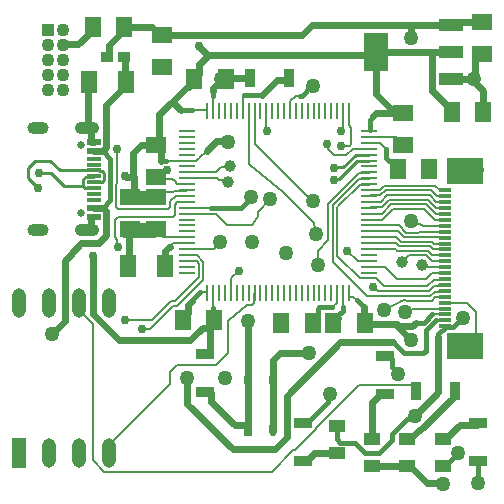
<source format=gtl>
G04*
G04 #@! TF.GenerationSoftware,Altium Limited,Altium Designer,22.5.1 (42)*
G04*
G04 Layer_Physical_Order=1*
G04 Layer_Color=255*
%FSLAX44Y44*%
%MOMM*%
G71*
G04*
G04 #@! TF.SameCoordinates,B7139921-243E-46E6-831D-1EB255EF57CC*
G04*
G04*
G04 #@! TF.FilePolarity,Positive*
G04*
G01*
G75*
%ADD10C,0.2500*%
%ADD11C,0.2000*%
%ADD14C,0.2540*%
%ADD18O,0.6500X1.2500*%
%ADD19R,0.6500X1.2500*%
%ADD20R,1.6500X0.9000*%
%ADD21R,1.1500X0.6000*%
%ADD22R,1.1500X0.3000*%
%ADD23R,1.8200X1.4400*%
%ADD24R,0.9000X1.6500*%
%ADD25R,1.4000X1.0000*%
%ADD26R,1.1000X0.3000*%
%ADD27R,3.1000X2.3000*%
G04:AMPARAMS|DCode=28|XSize=3.25mm|YSize=2.05mm|CornerRadius=0.0513mm|HoleSize=0mm|Usage=FLASHONLY|Rotation=270.000|XOffset=0mm|YOffset=0mm|HoleType=Round|Shape=RoundedRectangle|*
%AMROUNDEDRECTD28*
21,1,3.2500,1.9475,0,0,270.0*
21,1,3.1475,2.0500,0,0,270.0*
1,1,0.1025,-0.9738,-1.5738*
1,1,0.1025,-0.9738,1.5738*
1,1,0.1025,0.9738,1.5738*
1,1,0.1025,0.9738,-1.5738*
%
%ADD28ROUNDEDRECTD28*%
G04:AMPARAMS|DCode=29|XSize=1mm|YSize=2.05mm|CornerRadius=0.05mm|HoleSize=0mm|Usage=FLASHONLY|Rotation=270.000|XOffset=0mm|YOffset=0mm|HoleType=Round|Shape=RoundedRectangle|*
%AMROUNDEDRECTD29*
21,1,1.0000,1.9500,0,0,270.0*
21,1,0.9000,2.0500,0,0,270.0*
1,1,0.1000,-0.9750,-0.4500*
1,1,0.1000,-0.9750,0.4500*
1,1,0.1000,0.9750,0.4500*
1,1,0.1000,0.9750,-0.4500*
%
%ADD29ROUNDEDRECTD29*%
%ADD30R,1.3500X1.9000*%
%ADD31R,1.4400X1.8200*%
%ADD32R,1.0000X0.9700*%
%ADD48C,0.6500*%
G04:AMPARAMS|DCode=49|XSize=1mm|YSize=2.1mm|CornerRadius=0.5mm|HoleSize=0mm|Usage=FLASHONLY|Rotation=270.000|XOffset=0mm|YOffset=0mm|HoleType=Round|Shape=RoundedRectangle|*
%AMROUNDEDRECTD49*
21,1,1.0000,1.1000,0,0,270.0*
21,1,0.0000,2.1000,0,0,270.0*
1,1,1.0000,-0.5500,0.0000*
1,1,1.0000,-0.5500,0.0000*
1,1,1.0000,0.5500,0.0000*
1,1,1.0000,0.5500,0.0000*
%
%ADD49ROUNDEDRECTD49*%
G04:AMPARAMS|DCode=50|XSize=1mm|YSize=1.8mm|CornerRadius=0.5mm|HoleSize=0mm|Usage=FLASHONLY|Rotation=270.000|XOffset=0mm|YOffset=0mm|HoleType=Round|Shape=RoundedRectangle|*
%AMROUNDEDRECTD50*
21,1,1.0000,0.8000,0,0,270.0*
21,1,0.0000,1.8000,0,0,270.0*
1,1,1.0000,-0.4000,0.0000*
1,1,1.0000,-0.4000,0.0000*
1,1,1.0000,0.4000,0.0000*
1,1,1.0000,0.4000,0.0000*
%
%ADD50ROUNDEDRECTD50*%
%ADD58R,1.4732X0.2794*%
%ADD59R,0.2794X1.4732*%
%ADD60C,0.4000*%
%ADD61C,0.6000*%
%ADD62C,0.2607*%
%ADD63R,1.2000X2.5000*%
%ADD64O,1.2000X2.5000*%
%ADD65R,1.1000X1.1000*%
%ADD66C,1.1000*%
%ADD67C,1.2700*%
%ADD68C,1.0000*%
%ADD69C,0.7500*%
G36*
X131706Y231230D02*
X129838Y230859D01*
X128006Y229634D01*
X126781Y227802D01*
X126351Y225640D01*
X126781Y223478D01*
X128006Y221646D01*
X128882Y220770D01*
X128356Y219500D01*
X101000D01*
Y232500D01*
X131581D01*
X131706Y231230D01*
D02*
G37*
G36*
X128022Y258486D02*
X126448Y256912D01*
X125665Y255741D01*
X125391Y254360D01*
X125665Y252979D01*
X126448Y251808D01*
X127619Y251025D01*
X129000Y250751D01*
X130381Y251025D01*
X131552Y251808D01*
X134695Y254951D01*
X137000D01*
Y247969D01*
X110260D01*
X110062Y248215D01*
X110321Y249916D01*
X110994Y250366D01*
X114249Y253620D01*
X114249Y253620D01*
X115473Y255453D01*
X115903Y257615D01*
X115903Y257615D01*
Y259659D01*
X127535D01*
X128022Y258486D01*
D02*
G37*
D10*
X366473Y150126D02*
X366508Y150091D01*
X373630D02*
X373721Y150000D01*
X366508Y150091D02*
X373630D01*
D11*
X342715Y166620D02*
G03*
X335486Y165910I-2715J-9510D01*
G01*
X190586Y150003D02*
G03*
X190586Y150002I1414J-1415D01*
G01*
X215683Y237932D02*
X215698Y237948D01*
Y242020D02*
X226000Y252322D01*
X215698Y237948D02*
Y242020D01*
X182304Y268531D02*
X188469D01*
X180551Y270284D02*
X182304Y268531D01*
X188469D02*
X190000Y267000D01*
X155284Y270284D02*
X180551D01*
X184173Y279469D02*
X190469D01*
X192000Y281000D01*
X179988Y275284D02*
X184173Y279469D01*
X117000Y142710D02*
X124090D01*
X322716Y195284D02*
X333000Y185000D01*
X358000D02*
X363000Y190000D01*
X333000Y185000D02*
X358000D01*
X363000Y190000D02*
X373721D01*
X309716Y195284D02*
X322716D01*
X291000Y209000D02*
X299716Y200284D01*
X309716D01*
X343000Y205000D02*
X358000D01*
X337000Y199000D02*
X343000Y205000D01*
X324996Y170849D02*
X361475D01*
X324772Y170625D02*
X324996Y170849D01*
X322200Y178800D02*
X358678D01*
X314007Y177915D02*
X316922Y175000D01*
X307666Y170625D02*
X324772D01*
X301571Y185429D02*
X315571D01*
X322200Y178800D01*
X312776Y177915D02*
X314007D01*
X278689Y199601D02*
X307666Y170625D01*
X283075Y203925D02*
X301571Y185429D01*
X316922Y175000D02*
X360252D01*
X358678Y178800D02*
X364178Y184300D01*
X368049D02*
X368249Y184500D01*
X373221D01*
X364178Y184300D02*
X368049D01*
X373221Y184500D02*
X373721Y185000D01*
X361475Y170849D02*
X364926Y174300D01*
X322000Y159000D02*
X335486Y165910D01*
X342715Y166620D02*
X362620D01*
X368049Y179300D02*
X368249Y179500D01*
X373221D01*
X373721Y180000D01*
X360252Y175000D02*
X364552Y179300D01*
X368049D01*
X362620Y166620D02*
X365500Y169500D01*
X364926Y174300D02*
X368049D01*
X368249Y174500D01*
X373221D01*
X373721Y175000D01*
X365500Y169500D02*
X373221D01*
X340000Y157110D02*
X342895D01*
X345785Y160000D01*
X373221Y169500D02*
X373721Y170000D01*
X345785Y160000D02*
X373721D01*
X363000Y155050D02*
X363050Y155000D01*
X373721D01*
X354960Y195500D02*
X373221D01*
X354000Y196460D02*
X354960Y195500D01*
X373221D02*
X373721Y195000D01*
X363000Y200000D02*
X373721D01*
X358000Y205000D02*
X363000Y200000D01*
X309716Y210284D02*
X331968D01*
X361386Y212600D02*
X363987Y210000D01*
X359813Y208800D02*
X362912Y205700D01*
X336600Y216400D02*
X362961D01*
X332716Y220284D02*
X336600Y216400D01*
X335026Y212600D02*
X361386D01*
X333452Y208800D02*
X359813D01*
X332342Y215284D02*
X335026Y212600D01*
X331968Y210284D02*
X333452Y208800D01*
X362961Y216400D02*
X364361Y215000D01*
X350736Y224110D02*
X351626Y225000D01*
X345000Y234000D02*
X347047Y231953D01*
X351626Y225000D02*
X373721D01*
X334716Y230284D02*
X340890Y224110D01*
X350736D01*
X373411Y220310D02*
X373721Y220000D01*
X338690Y220310D02*
X373411D01*
X362912Y205700D02*
X368049D01*
X368249Y205500D02*
X373221D01*
X373721Y205000D01*
X368049Y205700D02*
X368249Y205500D01*
X309716Y215284D02*
X332342D01*
X309716Y225284D02*
X333716D01*
X309716Y220284D02*
X332716D01*
X333716Y225284D02*
X338690Y220310D01*
X347047Y231953D02*
X352943D01*
X309716Y230284D02*
X334716D01*
X352943Y231953D02*
X354895Y230000D01*
X363987Y210000D02*
X373721D01*
X364361Y215000D02*
X373721D01*
X365452Y235000D02*
X373721D01*
X355852Y244600D02*
X365452Y235000D01*
X330000Y244600D02*
X355852D01*
X309716Y235284D02*
X320684D01*
X330000Y244600D01*
X354895Y230000D02*
X373721D01*
X365826Y240000D02*
X373721D01*
X357426Y248400D02*
X365826Y240000D01*
X320284Y240284D02*
X328400Y248400D01*
X357426D01*
X309716Y240284D02*
X320284D01*
X366200Y245000D02*
X373721D01*
X359000Y252200D02*
X366200Y245000D01*
X326574Y252200D02*
X359000D01*
X320055Y245681D02*
X326574Y252200D01*
X309716Y245284D02*
X310113Y245681D01*
X320055D01*
X373221Y250500D02*
X373721Y250000D01*
X366326Y250500D02*
X373221D01*
X360826Y256000D02*
X366326Y250500D01*
X325000Y256000D02*
X360826D01*
X319284Y250284D02*
X325000Y256000D01*
X309716Y250284D02*
X319284D01*
X322000Y264000D02*
X365721D01*
X319055Y255681D02*
X323574Y260200D01*
X318681Y260681D02*
X322000Y264000D01*
X310113Y255681D02*
X319055D01*
X323574Y260200D02*
X362000D01*
X310113Y260681D02*
X318681D01*
X362000Y260200D02*
X366700Y255500D01*
X373221D02*
X373721Y255000D01*
X366700Y255500D02*
X373221D01*
X309716Y255284D02*
X310113Y255681D01*
X365721Y264000D02*
X369721Y260000D01*
X373721D01*
X309716Y260284D02*
X310113Y260681D01*
X266000Y209000D02*
X274890Y217889D01*
X266000Y197000D02*
Y209000D01*
X192500Y185500D02*
X199000Y192000D01*
X192500Y173068D02*
Y185500D01*
X278689Y199601D02*
Y246750D01*
X282489Y204510D02*
Y244790D01*
Y204510D02*
X283075Y203925D01*
X292897Y170000D02*
X296000D01*
X299000Y167000D01*
X292500Y170397D02*
Y173068D01*
Y170397D02*
X292897Y170000D01*
X274890Y217889D02*
Y248324D01*
X275613Y249652D02*
X298448Y272487D01*
X274890Y248324D02*
X275613Y249652D01*
X283213Y246504D02*
X301596Y264887D01*
X300022Y268687D02*
X301222Y269887D01*
X300022Y268687D02*
X300022D01*
X301222Y269887D02*
X309319D01*
X301596Y264887D02*
X309319D01*
X279413Y248078D02*
X300022Y268687D01*
X282489Y244790D02*
X283213Y246504D01*
X300848Y274887D02*
X309319D01*
X279013Y247486D02*
X279413Y248078D01*
X278689Y246750D02*
X279013Y247486D01*
X298448Y272487D02*
X300848Y274887D01*
X263029Y231971D02*
X264790Y222803D01*
X237312Y257688D02*
X263029Y231971D01*
X144918Y259887D02*
X154887D01*
X129000Y254360D02*
X133200Y258560D01*
X143591D01*
X144918Y259887D01*
X207500Y282328D02*
Y327500D01*
X142928Y269917D02*
X145118Y267727D01*
X129000Y271640D02*
X130723Y269917D01*
X142928D01*
X212500Y299500D02*
Y327500D01*
X143284Y215284D02*
X155284D01*
X142000Y214000D02*
X143284Y215284D01*
X146900Y161900D02*
X169250Y184250D01*
X124090Y142710D02*
X143280Y161900D01*
X146900D01*
X145000Y247723D02*
X147164Y249887D01*
X96740Y237640D02*
X143828D01*
X145000Y238812D02*
Y247723D01*
X143828Y237640D02*
X145000Y238812D01*
X316129Y304840D02*
X332046D01*
X338210Y298676D01*
X96740Y244360D02*
X139260D01*
X126006Y150000D02*
X142006Y166000D01*
X103000Y150000D02*
X126006D01*
X160000Y328000D02*
X172103D01*
X177500Y327500D02*
Y339500D01*
X155284Y275284D02*
X179988D01*
X155284Y245284D02*
X175716D01*
X155284Y210284D02*
X178133D01*
X183640Y215791D01*
Y216000D01*
X286000Y298000D02*
X293000D01*
X177500Y160500D02*
Y173068D01*
X282103Y164948D02*
Y172671D01*
X282500Y173068D01*
X287500Y312988D02*
Y327500D01*
X242897Y327897D02*
Y335620D01*
X247277Y340000D01*
X251000D01*
X135047Y220284D02*
X155284D01*
X129000Y227640D02*
X135047Y221593D01*
Y220284D02*
Y221593D01*
X212103Y172671D02*
X212500Y173068D01*
X212103Y167949D02*
Y172671D01*
X287103Y160897D02*
Y172671D01*
X287500Y173068D01*
X280000Y290000D02*
X290374D01*
X275052Y294948D02*
X280000Y290000D01*
X275052Y294948D02*
Y297948D01*
X274000Y299000D02*
X275052Y297948D01*
X166000Y174000D02*
X172103D01*
X319113Y299887D02*
X324000Y295000D01*
X309716Y305284D02*
X315685D01*
X316129Y304840D01*
X169250Y184250D02*
Y199415D01*
X163778Y204887D02*
X169250Y199415D01*
X155681Y204887D02*
X163778D01*
X155284Y205284D02*
X155681Y204887D01*
X154887Y259887D02*
X155284Y260284D01*
X145118Y267727D02*
Y267727D01*
Y267727D02*
X147164Y265681D01*
X154887D01*
X155284Y265284D01*
X309319Y269887D02*
X309716Y270284D01*
X142006Y166000D02*
X145000D01*
X165450Y186450D01*
Y197841D01*
X163404Y199887D02*
X165450Y197841D01*
X155681Y199887D02*
X163404D01*
X155284Y200284D02*
X155681Y199887D01*
X147164Y249887D02*
X154887D01*
X155284Y250284D01*
X172103Y328000D02*
X172500Y327603D01*
Y327500D02*
Y327603D01*
X309319Y274887D02*
X309716Y275284D01*
X309319Y264887D02*
X309716Y265284D01*
X145689Y255284D02*
X155284D01*
X141200Y250795D02*
X145689Y255284D01*
X141200Y246300D02*
Y250795D01*
X139260Y244360D02*
X141200Y246300D01*
X293000Y298000D02*
X294290Y299290D01*
Y313162D01*
X292500Y314952D02*
X294290Y313162D01*
X292500Y314952D02*
Y327500D01*
X242500D02*
X242897Y327897D01*
X290374Y290000D02*
X295658Y295284D01*
X309716D01*
X202500Y327500D02*
Y339500D01*
X204000Y341000D01*
X172103Y174000D02*
X172500Y173603D01*
Y173068D02*
Y173603D01*
X309716Y300284D02*
X310113Y299887D01*
X319113D01*
X309716Y310284D02*
X310000Y310568D01*
X137716Y285284D02*
X155284D01*
X165186Y287463D02*
X172000Y293606D01*
X163810Y286087D02*
X165186Y287463D01*
X163659Y286087D02*
X163810D01*
X162769Y285284D02*
X163659Y286087D01*
X155284Y285284D02*
X162769D01*
X210824Y231778D02*
X215683Y237932D01*
X210181Y231135D02*
X210824Y231778D01*
X210146Y231110D02*
X210181Y231135D01*
X188890Y231110D02*
X210146D01*
X188305Y231695D02*
X188890Y231110D01*
X179716Y240284D02*
X188305Y231695D01*
X155284Y240284D02*
X179716D01*
X95965Y294873D02*
X96079Y294988D01*
X95965Y265852D02*
Y294873D01*
X95100Y264988D02*
X95965Y265852D01*
X95100Y246000D02*
Y264988D01*
Y246000D02*
X96740Y244360D01*
X211697Y167500D02*
X212103Y167949D01*
X211697Y164542D02*
Y167500D01*
X210057Y162902D02*
X211697Y164542D01*
X206108Y162902D02*
X210057D01*
X190651Y150068D02*
X206108Y162902D01*
X190586Y150003D02*
X190651Y150068D01*
X190000Y149417D02*
X190586Y150002D01*
X190000Y122000D02*
Y149417D01*
X180000Y112000D02*
X190000Y122000D01*
X147000Y112000D02*
X180000D01*
X141000Y106000D02*
X147000Y112000D01*
X141000Y96100D02*
Y106000D01*
X89400Y44500D02*
X141000Y96100D01*
X89400Y38000D02*
Y44500D01*
X286000Y311488D02*
X287500Y312988D01*
X286000Y310000D02*
Y311488D01*
X278155Y161000D02*
X282103Y164948D01*
X222631Y310825D02*
X222761Y310694D01*
X222631Y310825D02*
Y327369D01*
X222500Y327500D02*
X222631Y327369D01*
X177000Y340000D02*
X177500Y339500D01*
X94000Y234900D02*
X96740Y237640D01*
X94000Y220380D02*
Y234900D01*
Y220380D02*
X96238Y218143D01*
Y213052D02*
Y218143D01*
Y213052D02*
X97290Y212000D01*
X212500Y299500D02*
X261000Y251000D01*
X262000D01*
X207500Y282328D02*
X208672Y281157D01*
X236726Y258274D01*
X237312Y257688D01*
X76346Y271879D02*
X76846Y271379D01*
X391021Y277000D02*
X400890D01*
X390721Y276700D02*
X391021Y277000D01*
X374221Y164500D02*
X392500D01*
X134359Y276999D02*
X138000D01*
X338000Y298640D02*
X338175D01*
X338210Y298676D01*
X129000Y271640D02*
X134359Y276999D01*
X76346Y301379D02*
X78346Y299379D01*
X74386Y237379D02*
X76386Y239379D01*
X74386Y301379D02*
X75007Y302000D01*
X349596Y90254D02*
Y91500D01*
X246412Y39852D02*
X264304Y57744D01*
X227400Y21960D02*
X245292Y39852D01*
X246412D01*
X264304Y58694D02*
X300610Y95000D01*
X75681Y31727D02*
Y146819D01*
X64000Y158500D02*
X75681Y146819D01*
Y31727D02*
X85448Y21960D01*
X264304Y57744D02*
Y58694D01*
X64000Y158500D02*
Y165000D01*
X85448Y21960D02*
X227400D01*
X300610Y95000D02*
X346096D01*
X349596Y91500D01*
X373721Y165000D02*
X374221Y164500D01*
X392500D02*
X400000Y157000D01*
Y138800D02*
Y157000D01*
X389200Y128000D02*
X400000Y138800D01*
X389000Y128000D02*
X389200D01*
X360360Y278000D02*
X361000D01*
X261720Y149900D02*
X266000Y154180D01*
X261720Y148000D02*
Y149900D01*
D14*
X298187Y290284D02*
X309716D01*
X279674Y279326D02*
X280006Y279657D01*
X287560D01*
X298187Y290284D01*
X309589Y285157D02*
X309716Y285284D01*
X299197Y285157D02*
X309589D01*
X283949Y269909D02*
X299197Y285157D01*
X280949Y269909D02*
X283949D01*
X280000Y268960D02*
X280949Y269909D01*
D18*
X228340Y58172D02*
D03*
X206840Y99672D02*
D03*
X228340D02*
D03*
D19*
X206840Y58172D02*
D03*
D20*
X253254Y63404D02*
D03*
Y31104D02*
D03*
X170746Y121896D02*
D03*
Y89596D02*
D03*
X402000Y30700D02*
D03*
Y63000D02*
D03*
X323000Y120000D02*
D03*
Y87700D02*
D03*
D21*
X76346Y237379D02*
D03*
Y301379D02*
D03*
Y245379D02*
D03*
Y293379D02*
D03*
D22*
Y251879D02*
D03*
Y256879D02*
D03*
Y261879D02*
D03*
Y266879D02*
D03*
Y271879D02*
D03*
Y276879D02*
D03*
Y281879D02*
D03*
Y286879D02*
D03*
D23*
X107000Y227640D02*
D03*
Y254360D02*
D03*
X338000Y298640D02*
D03*
Y325360D02*
D03*
X134000Y391360D02*
D03*
Y364640D02*
D03*
X129000Y271640D02*
D03*
Y298360D02*
D03*
X405000Y402360D02*
D03*
Y375640D02*
D03*
X129000Y254360D02*
D03*
Y227640D02*
D03*
D24*
X381896Y90254D02*
D03*
X349596D02*
D03*
X209104Y354746D02*
D03*
X241404D02*
D03*
D25*
X342000Y49430D02*
D03*
Y26570D02*
D03*
X282000Y37570D02*
D03*
Y60430D02*
D03*
X372000Y49430D02*
D03*
Y26570D02*
D03*
X312000Y49430D02*
D03*
Y26570D02*
D03*
D26*
X373721Y260000D02*
D03*
Y255000D02*
D03*
Y250000D02*
D03*
Y245000D02*
D03*
Y240000D02*
D03*
Y235000D02*
D03*
Y230000D02*
D03*
Y225000D02*
D03*
Y220000D02*
D03*
Y215000D02*
D03*
Y210000D02*
D03*
Y205000D02*
D03*
Y200000D02*
D03*
Y195000D02*
D03*
Y190000D02*
D03*
Y185000D02*
D03*
Y180000D02*
D03*
Y175000D02*
D03*
Y170000D02*
D03*
Y165000D02*
D03*
Y160000D02*
D03*
Y155000D02*
D03*
Y150000D02*
D03*
Y145000D02*
D03*
D27*
X390721Y128300D02*
D03*
Y276700D02*
D03*
D28*
X315250Y377000D02*
D03*
D29*
X378750Y400000D02*
D03*
Y377000D02*
D03*
Y354000D02*
D03*
D30*
X137000Y196000D02*
D03*
X105000D02*
D03*
X104000Y352000D02*
D03*
X72000D02*
D03*
D31*
X360360Y278000D02*
D03*
X333640D02*
D03*
X102360Y398000D02*
D03*
X75640D02*
D03*
X188360Y354000D02*
D03*
X161640D02*
D03*
X379640Y326000D02*
D03*
X406360D02*
D03*
X261720Y148000D02*
D03*
X235000D02*
D03*
X306011Y148011D02*
D03*
X279291D02*
D03*
X178360Y150000D02*
D03*
X151640D02*
D03*
D32*
X87650Y373000D02*
D03*
X102350D02*
D03*
D48*
X65596Y240479D02*
D03*
Y298279D02*
D03*
D49*
X70596Y226179D02*
D03*
Y312579D02*
D03*
D50*
X28796Y226179D02*
D03*
Y312579D02*
D03*
D58*
X155284Y310284D02*
D03*
Y305284D02*
D03*
Y300284D02*
D03*
Y295284D02*
D03*
Y290284D02*
D03*
Y285284D02*
D03*
Y280284D02*
D03*
Y275284D02*
D03*
Y270284D02*
D03*
Y265284D02*
D03*
Y260284D02*
D03*
Y255284D02*
D03*
Y250284D02*
D03*
Y245284D02*
D03*
Y240284D02*
D03*
Y235284D02*
D03*
Y230284D02*
D03*
Y225284D02*
D03*
Y220284D02*
D03*
Y215284D02*
D03*
Y210284D02*
D03*
Y205284D02*
D03*
Y200284D02*
D03*
Y195284D02*
D03*
Y190284D02*
D03*
X309716D02*
D03*
Y195284D02*
D03*
Y200284D02*
D03*
Y205284D02*
D03*
Y210284D02*
D03*
Y215284D02*
D03*
Y220284D02*
D03*
Y225284D02*
D03*
Y230284D02*
D03*
Y235284D02*
D03*
Y240284D02*
D03*
Y245284D02*
D03*
Y250284D02*
D03*
Y255284D02*
D03*
Y260284D02*
D03*
Y265284D02*
D03*
Y270284D02*
D03*
Y275284D02*
D03*
Y280284D02*
D03*
Y285284D02*
D03*
Y290284D02*
D03*
Y295284D02*
D03*
Y300284D02*
D03*
Y305284D02*
D03*
Y310284D02*
D03*
D59*
X172500Y173068D02*
D03*
X177500D02*
D03*
X182500D02*
D03*
X187500D02*
D03*
X192500D02*
D03*
X197500D02*
D03*
X202500D02*
D03*
X207500D02*
D03*
X212500D02*
D03*
X217500D02*
D03*
X222500D02*
D03*
X227500D02*
D03*
X232500D02*
D03*
X237500D02*
D03*
X242500D02*
D03*
X247500D02*
D03*
X252500D02*
D03*
X257500D02*
D03*
X262500D02*
D03*
X267500D02*
D03*
X272500D02*
D03*
X277500D02*
D03*
X282500D02*
D03*
X287500D02*
D03*
X292500D02*
D03*
Y327500D02*
D03*
X287500D02*
D03*
X282500D02*
D03*
X277500D02*
D03*
X272500D02*
D03*
X267500D02*
D03*
X262500D02*
D03*
X257500D02*
D03*
X252500D02*
D03*
X247500D02*
D03*
X242500D02*
D03*
X237500D02*
D03*
X232500D02*
D03*
X227500D02*
D03*
X222500D02*
D03*
X217500D02*
D03*
X212500D02*
D03*
X207500D02*
D03*
X202500D02*
D03*
X197500D02*
D03*
X192500D02*
D03*
X187500D02*
D03*
X182500D02*
D03*
X177500D02*
D03*
X172500D02*
D03*
D60*
X209255Y253255D02*
Y254534D01*
X201284Y245284D02*
X209255Y253255D01*
X356060Y148110D02*
X363000Y155050D01*
X357736Y141390D02*
X366473Y150126D01*
X349110Y148110D02*
X356060D01*
X299000Y167000D02*
X305000Y161000D01*
X310000Y311000D02*
Y320000D01*
X313000Y323000D01*
X260534Y348000D02*
X262000D01*
X204000Y341000D02*
X219000D01*
X252535Y340000D02*
X260534Y348000D01*
X251000Y340000D02*
X252535D01*
X324000Y287832D02*
X326732Y285100D01*
X324000Y287832D02*
Y295000D01*
X326732Y285100D02*
X328440D01*
X333640Y279900D01*
X90303Y266979D02*
Y286959D01*
X90000Y266676D02*
X90303Y266979D01*
X83884Y293379D02*
X90303Y286959D01*
X90000Y251495D02*
Y266676D01*
X83884Y245379D02*
X90000Y251495D01*
X159201Y167201D02*
X166000Y174000D01*
X159201Y165999D02*
Y167201D01*
X175000Y154000D02*
X178360Y150640D01*
X175716Y245284D02*
X201284D01*
X334000Y104890D02*
Y105354D01*
X267172Y161000D02*
X278155D01*
X266000Y159828D02*
X267172Y161000D01*
X266000Y154180D02*
Y159828D01*
X402000Y12000D02*
Y30700D01*
X384860Y37430D02*
Y37718D01*
X374000Y26570D02*
X384860Y37430D01*
X339124Y122000D02*
X355393D01*
X329562Y131562D02*
X339124Y122000D01*
X355393D02*
X357736Y124343D01*
Y141390D01*
X342815Y66169D02*
X345646Y69000D01*
X348000D01*
X368000Y138000D02*
X374700Y144700D01*
X380795D01*
X368000Y136000D02*
Y138000D01*
X317944Y38000D02*
X329000Y49056D01*
Y53804D01*
X341365Y66169D01*
X342815D01*
X297686Y46370D02*
X306056Y38000D01*
X317944D01*
X285060Y46370D02*
X297686D01*
X282000Y49430D02*
X285060Y46370D01*
X282000Y49430D02*
Y60430D01*
X372000Y26570D02*
X374000D01*
X329250Y110104D02*
Y117500D01*
Y110104D02*
X334000Y105354D01*
X323000Y120000D02*
X326750D01*
X329250Y117500D01*
X274335Y80735D02*
Y86335D01*
X276000Y88000D01*
X253254Y63404D02*
X257004D01*
X274335Y80735D01*
X389000Y128000D02*
X389300Y128300D01*
X390721D01*
X388095Y152000D02*
X389000D01*
X380795Y144700D02*
X388095Y152000D01*
X177000Y340000D02*
Y344000D01*
X333640Y278000D02*
Y279900D01*
X287103Y157723D02*
Y160897D01*
X283491Y154111D02*
X287103Y157723D01*
X283491Y151851D02*
Y154111D01*
X150000Y328000D02*
X160000D01*
X133000Y285284D02*
X137716D01*
X175000Y154000D02*
X177500Y156500D01*
Y160500D01*
D61*
X80462Y215639D02*
X86896Y222073D01*
X85139Y244124D02*
Y244124D01*
X86896Y222073D02*
Y242367D01*
X83884Y245379D02*
X85139Y244124D01*
Y244124D02*
X86896Y242367D01*
X76000Y155580D02*
X98160Y133420D01*
X76000Y155580D02*
Y204290D01*
X52460Y149460D02*
Y200097D01*
X65662Y215639D02*
X80462D01*
X63706Y213682D02*
X65662Y215639D01*
X52460Y200097D02*
X63706Y213682D01*
X252980Y122718D02*
X258392D01*
X259000Y122110D01*
X285267Y131562D02*
X329562D01*
X240000Y86295D02*
X285267Y131562D01*
X240000Y51000D02*
Y86295D01*
X252449Y122187D02*
X252980Y122718D01*
X234187Y122187D02*
X252449D01*
X228340Y58172D02*
Y116340D01*
X174553Y144293D02*
X178360Y148100D01*
X174160Y143900D02*
X174553Y144293D01*
X306011Y148011D02*
X306912Y147110D01*
X305000Y149022D02*
X306011Y148011D01*
X305956Y148066D02*
X306011Y148011D01*
Y148011D02*
Y148011D01*
X206920Y148920D02*
X207000Y149000D01*
X206920Y99752D02*
Y148920D01*
X306912Y147110D02*
X333185D01*
X333927Y144073D02*
X345000Y133000D01*
X346220Y145220D02*
X349110Y148110D01*
X333185Y147110D02*
X335075Y145220D01*
X346220D01*
X219000Y341000D02*
X231419Y353419D01*
X406360Y326000D02*
Y344100D01*
X315250Y341210D02*
Y377000D01*
X174000Y375000D02*
X313250D01*
X315250Y377000D02*
X363000D01*
Y344540D02*
X379640Y327900D01*
X378750Y354000D02*
X398000D01*
X398900Y354900D01*
X398000Y352460D02*
Y354000D01*
X363000Y344540D02*
Y377000D01*
X345000Y389000D02*
Y400000D01*
X110000Y292000D02*
X116360Y298360D01*
X110000Y271378D02*
Y292000D01*
X86896Y296390D02*
Y332146D01*
X188928Y301876D02*
X190000Y300804D01*
X398000Y352460D02*
X406360Y344100D01*
X313250Y375000D02*
X315250Y377000D01*
X240077Y353419D02*
X241404Y354746D01*
X231419Y353419D02*
X240077D01*
X315360Y325360D02*
X331100D01*
X313000Y323000D02*
X315360Y325360D01*
X180271Y301876D02*
X188928D01*
X82379Y293379D02*
X82579Y293579D01*
X82379Y293379D02*
X83884D01*
X82579Y293579D02*
X84084D01*
X86896Y296390D01*
X70596Y312579D02*
X71298Y313281D01*
X72538Y312579D02*
X74386Y310731D01*
X70596Y312579D02*
X72538D01*
X74386Y228026D02*
Y237379D01*
X70596Y226179D02*
X72538D01*
X74386Y228026D01*
Y301379D02*
X76346D01*
Y293379D02*
X82379D01*
X76346Y245379D02*
X83884D01*
X74386Y301379D02*
Y310731D01*
X71298Y351298D02*
X72000Y352000D01*
X71298Y313281D02*
Y351298D01*
X158148Y133420D02*
X164652Y139924D01*
X98160Y133420D02*
X158148D01*
X174553Y123396D02*
Y144293D01*
X155840Y162638D02*
X159201Y165999D01*
X155840Y156100D02*
Y162638D01*
X151640Y151900D02*
X155840Y156100D01*
X151640Y150000D02*
Y151900D01*
X164652Y139924D02*
Y140076D01*
X168476Y143900D01*
X174160D01*
X173053Y121896D02*
X174553Y123396D01*
X170746Y121896D02*
X173053D01*
X206840Y61172D02*
Y99672D01*
X206920Y99752D01*
X132000Y301360D02*
Y324360D01*
X116360Y298360D02*
X129000D01*
X50200Y382700D02*
X51157Y383657D01*
X63197D01*
X75640Y396100D01*
Y398000D01*
X165406Y382000D02*
X172406Y375000D01*
X165834Y366834D02*
X174000Y375000D01*
X172406D02*
X174000D01*
X89650Y374850D02*
Y383390D01*
X87800Y373000D02*
X89650Y374850D01*
Y383390D02*
X102360Y396100D01*
Y398000D01*
X165834Y358194D02*
Y366834D01*
X161640Y354000D02*
X165834Y358194D01*
X106580Y197580D02*
Y227220D01*
X107000Y227640D01*
X105000Y196000D02*
X106580Y197580D01*
X110255Y257615D02*
Y270997D01*
X107000Y254360D02*
X110255Y257615D01*
X110000Y271378D02*
X110255Y271124D01*
Y270997D02*
Y271124D01*
X342000Y26570D02*
X344000D01*
X312000D02*
X342000D01*
X129000Y298360D02*
X130000Y297360D01*
X133000D01*
Y285284D02*
Y297360D01*
X129000Y298360D02*
X132000Y301360D01*
Y324360D02*
X142820Y335180D01*
X109542Y271710D02*
X110255Y270997D01*
X103255Y271997D02*
X103542Y271710D01*
X109542D01*
X86896Y332146D02*
X103175Y348425D01*
X41000Y138000D02*
X52460Y149460D01*
X184360Y354000D02*
X188360D01*
X189106Y354746D02*
X209104D01*
X188360Y354000D02*
X189106Y354746D01*
X180515Y350000D02*
X184160D01*
X184360Y350200D01*
Y354000D01*
X177000Y346485D02*
X180515Y350000D01*
X177000Y344000D02*
Y346485D01*
X172000Y293606D02*
X180271Y301876D01*
X400500Y61500D02*
X402000Y63000D01*
X386070Y61500D02*
X400500D01*
X374000Y49430D02*
X386070Y61500D01*
X372000Y49430D02*
X374000D01*
X253254Y31104D02*
X254754Y32604D01*
X258504D01*
X263237Y37337D01*
X281767D01*
X282000Y37570D01*
X370718Y12282D02*
X372000Y11000D01*
X344000Y26570D02*
X358288Y12282D01*
X370718D01*
X342000Y49430D02*
X344000D01*
X380396Y88754D02*
X381896Y90254D01*
X380396Y84581D02*
Y88754D01*
X352925Y57110D02*
X380396Y84581D01*
X351680Y57110D02*
X352925D01*
X344000Y49430D02*
X351680Y57110D01*
X348000Y69000D02*
X368000Y89000D01*
Y136000D01*
X312000Y80450D02*
X319250Y87700D01*
X323000D01*
X312000Y49430D02*
Y80450D01*
X230000Y41000D02*
X240000Y51000D01*
X228340Y116340D02*
X234187Y122187D01*
X175814Y81186D02*
X195578Y61422D01*
X206590D01*
X174314Y89596D02*
X175814Y88096D01*
X170746Y89596D02*
X174314D01*
X175814Y81186D02*
Y88096D01*
X206840Y58172D02*
Y61172D01*
X206590Y61422D02*
X206840Y61172D01*
X155461Y101531D02*
X155500Y101491D01*
Y79500D02*
Y101491D01*
Y79500D02*
X194000Y41000D01*
X379640Y326000D02*
Y327900D01*
X363000Y377000D02*
X378750D01*
X345000Y400000D02*
X377750D01*
X386360Y402360D02*
X405000D01*
X377750Y400000D02*
X378250Y400500D01*
X384500D02*
X386360Y402360D01*
X378250Y400500D02*
X384500D01*
X315250Y341210D02*
X331100Y325360D01*
X261095Y400000D02*
X345000D01*
X398900Y354900D02*
Y371440D01*
X403100Y375640D02*
X405000D01*
X398900Y371440D02*
X403100Y375640D01*
X194000Y41000D02*
X230000D01*
X136560Y196440D02*
Y208485D01*
Y196440D02*
X137000Y196000D01*
X140075Y212000D02*
X141000D01*
X136560Y208485D02*
X140075Y212000D01*
X103175Y348425D02*
Y372175D01*
X252455Y391360D02*
X261095Y400000D01*
X134000Y391360D02*
X252455D01*
X134079Y364561D02*
X134191D01*
X134000Y364640D02*
X134079Y364561D01*
X102350Y373000D02*
X103175Y372175D01*
X87650Y373000D02*
X87800D01*
X132100Y391360D02*
X134000D01*
X102360Y398000D02*
X125460D01*
X132100Y391360D01*
X331100Y325360D02*
X338000D01*
X279651Y148011D02*
X283491Y151851D01*
X142820Y335180D02*
X150000Y328000D01*
X142820Y335180D02*
X155540Y347900D01*
X157440D02*
X161640Y352100D01*
Y354000D01*
X155540Y347900D02*
X157440D01*
X305000Y149022D02*
Y161000D01*
D62*
X76285Y276939D02*
X80535D01*
X80992Y276482D02*
X83381D01*
X80535Y276939D02*
X80992Y276482D01*
X85199Y269093D02*
Y274664D01*
X83381Y276482D02*
X85199Y274664D01*
X83181Y267075D02*
X85199Y269093D01*
X76346Y266879D02*
X76542Y267075D01*
X83181D01*
X39340Y285000D02*
X47461Y276879D01*
X76346D01*
X21000Y279000D02*
X27000Y285000D01*
X39340D01*
X21000Y270371D02*
X29539Y261832D01*
X21000Y270371D02*
Y279000D01*
X76150Y271682D02*
X76346Y271879D01*
X69510Y271682D02*
X76150D01*
X69314Y262075D02*
X76150D01*
X76346Y261879D01*
X30000Y275000D02*
X40000D01*
X67492Y269664D02*
X69510Y271682D01*
X67492Y264093D02*
Y269664D01*
X67394Y263995D02*
X69314Y262075D01*
X40000Y275000D02*
X51005Y263995D01*
X67394D01*
D63*
X13200Y38000D02*
D03*
D64*
X38600D02*
D03*
X64000D02*
D03*
X89400D02*
D03*
X13200Y165000D02*
D03*
X38600D02*
D03*
X64000D02*
D03*
X89400D02*
D03*
D65*
X37500Y395400D02*
D03*
D66*
X50200D02*
D03*
X37500Y382700D02*
D03*
X50200D02*
D03*
X37500Y370000D02*
D03*
X50200D02*
D03*
X37500Y357300D02*
D03*
X50200D02*
D03*
X37500Y344600D02*
D03*
X50200D02*
D03*
D67*
X226000Y252322D02*
D03*
X209255Y254534D02*
D03*
X259000Y122110D02*
D03*
X235000Y148000D02*
D03*
X207000Y149000D02*
D03*
X340000Y157110D02*
D03*
X322000Y159000D02*
D03*
X345000Y234000D02*
D03*
X266000Y197000D02*
D03*
X264790Y222803D02*
D03*
X262000Y348000D02*
D03*
X389000Y152000D02*
D03*
X400890Y277000D02*
D03*
X262000Y251000D02*
D03*
X398000Y354000D02*
D03*
X345000Y389000D02*
D03*
X190000Y300804D02*
D03*
X338210Y298676D02*
D03*
X183640Y216000D02*
D03*
X210360D02*
D03*
X239000Y207000D02*
D03*
X334000Y104890D02*
D03*
X151640Y150000D02*
D03*
X107000Y227640D02*
D03*
X402000Y12000D02*
D03*
X384860Y37718D02*
D03*
X372000Y11000D02*
D03*
X345000Y133000D02*
D03*
X348000Y69000D02*
D03*
X276000Y88000D02*
D03*
X155461Y101531D02*
D03*
X361000Y278000D02*
D03*
X187441Y101390D02*
D03*
X184360Y354000D02*
D03*
X41000Y138000D02*
D03*
X134191Y364561D02*
D03*
X279651Y148011D02*
D03*
X389000Y128000D02*
D03*
D68*
X190000Y267000D02*
D03*
X192000Y281000D02*
D03*
X337000Y199000D02*
D03*
X354000Y196460D02*
D03*
D69*
X76000Y204290D02*
D03*
X178293Y148844D02*
D03*
X305956Y148066D02*
D03*
X117000Y142710D02*
D03*
X312776Y177915D02*
D03*
X199000Y192000D02*
D03*
X279674Y279326D02*
D03*
X280000Y268960D02*
D03*
X222761Y310694D02*
D03*
X29539Y261832D02*
D03*
X286000Y298000D02*
D03*
Y310000D02*
D03*
X291000Y209000D02*
D03*
X138000Y276999D02*
D03*
X96079Y294988D02*
D03*
X274000Y299000D02*
D03*
X30000Y275000D02*
D03*
X103000Y150000D02*
D03*
X165406Y382000D02*
D03*
X97290Y212000D02*
D03*
X103255Y271997D02*
D03*
M02*

</source>
